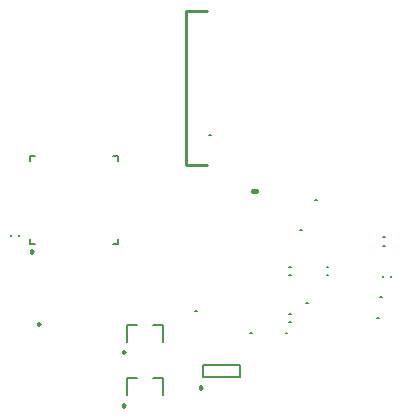
<source format=gto>
G04*
G04 #@! TF.GenerationSoftware,Altium Limited,CircuitStudio,1.5.2 (30)*
G04*
G04 Layer_Color=16777215*
%FSLAX25Y25*%
%MOIN*%
G70*
G01*
G75*
%ADD40C,0.01000*%
%ADD56C,0.00591*%
%ADD57C,0.01575*%
%ADD58C,0.00984*%
%ADD59C,0.00787*%
D40*
X12303Y53150D02*
X11565Y53576D01*
Y52723D01*
X12303Y53150D01*
D56*
X101673Y60039D02*
X101083D01*
X101673D01*
X104626Y94488D02*
X104035D01*
X104626D01*
X64724Y57461D02*
X64134D01*
X64724D01*
X82973Y50197D02*
X82382D01*
X82973D01*
X126279Y62008D02*
X125689D01*
X126279D01*
X125295Y55118D02*
X124705D01*
X125295D01*
X94784Y50197D02*
X94193D01*
X94784D01*
X99705Y84646D02*
X99114D01*
X99705D01*
X69193Y116142D02*
X68602D01*
X69193D01*
D57*
X84252Y97638D02*
X83465D01*
X84252D01*
D58*
X10138Y77362D02*
X9400Y77788D01*
Y76936D01*
X10138Y77362D01*
X40650Y43799D02*
X39911Y44225D01*
Y43373D01*
X40650Y43799D01*
X40652Y26080D02*
X39913Y26506D01*
Y25654D01*
X40652Y26080D01*
X66240Y31988D02*
X65502Y32414D01*
Y31562D01*
X66240Y31988D01*
X61024Y106299D02*
Y128740D01*
Y157480D01*
X67913D01*
X61024Y106299D02*
X67913D01*
D59*
X126772Y79331D02*
X127165D01*
X126772Y82087D02*
X127165D01*
X5315Y82480D02*
Y82874D01*
X2559Y82480D02*
Y82874D01*
X38189Y79921D02*
Y81595D01*
X36516Y79921D02*
X38189D01*
Y107382D02*
Y109055D01*
X36516D02*
X38189D01*
X9055D02*
X10728D01*
X9055Y107382D02*
Y109055D01*
Y79921D02*
Y81595D01*
Y79921D02*
X10728D01*
X50000Y52756D02*
X53346D01*
Y47244D02*
Y52756D01*
X41142D02*
X44488D01*
X41142Y47244D02*
Y52756D01*
X50002Y35037D02*
X53348D01*
Y29525D02*
Y35037D01*
X41144D02*
X44490D01*
X41144Y29525D02*
Y35037D01*
X108071Y69488D02*
X108465D01*
X108071Y72244D02*
X108465D01*
X129331Y68701D02*
Y69095D01*
X126575Y68701D02*
Y69095D01*
X95472Y53740D02*
X95866D01*
X95472Y56496D02*
X95866D01*
X95472Y69488D02*
X95866D01*
X95472Y72244D02*
X95866D01*
X66732Y35433D02*
Y39370D01*
X78937Y35433D02*
Y39370D01*
X66732Y35433D02*
X78937D01*
X66732Y39370D02*
X78937D01*
M02*

</source>
